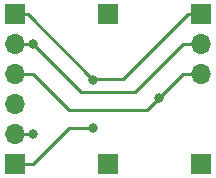
<source format=gbl>
%TF.GenerationSoftware,KiCad,Pcbnew,5.1.5+dfsg1-2build2*%
%TF.CreationDate,2021-05-01T03:04:30+02:00*%
%TF.ProjectId,myocular0.5.1d,6d796f63-756c-4617-9230-2e352e31642e,rev?*%
%TF.SameCoordinates,Original*%
%TF.FileFunction,Copper,L2,Bot*%
%TF.FilePolarity,Positive*%
%FSLAX46Y46*%
G04 Gerber Fmt 4.6, Leading zero omitted, Abs format (unit mm)*
G04 Created by KiCad (PCBNEW 5.1.5+dfsg1-2build2) date 2021-05-01 03:04:30*
%MOMM*%
%LPD*%
G04 APERTURE LIST*
%ADD10R,1.700000X1.700000*%
%ADD11O,1.700000X1.700000*%
%ADD12C,0.800000*%
%ADD13C,0.250000*%
G04 APERTURE END LIST*
D10*
X20828000Y-33020000D03*
D11*
X20828000Y-30480000D03*
X20828000Y-27940000D03*
D10*
X20828000Y-20320000D03*
D11*
X20828000Y-22860000D03*
X20828000Y-25400000D03*
D10*
X28702000Y-33020000D03*
X28702000Y-20320000D03*
D11*
X36576000Y-25400000D03*
X36576000Y-22860000D03*
D10*
X36576000Y-20320000D03*
X36576000Y-33020000D03*
D12*
X27432000Y-29972000D03*
X27432000Y-25908000D03*
X22352000Y-22860000D03*
X33020000Y-27432000D03*
X22352000Y-30480000D03*
D13*
X25400000Y-29972000D02*
X27432000Y-29972000D01*
X22352000Y-33020000D02*
X25400000Y-29972000D01*
X20828000Y-33020000D02*
X22352000Y-33020000D01*
X21928000Y-20320000D02*
X27432000Y-25908000D01*
X20828000Y-20320000D02*
X21928000Y-20320000D01*
X36576000Y-20320000D02*
X35476000Y-20320000D01*
X35476000Y-20320000D02*
X29972000Y-25824000D01*
X29972000Y-25824000D02*
X27432000Y-25824000D01*
X27432000Y-25908000D02*
X27432000Y-25824000D01*
X20828000Y-22860000D02*
X22352000Y-22860000D01*
X22352000Y-22860000D02*
X26416000Y-26924000D01*
X26416000Y-26924000D02*
X30988000Y-26924000D01*
X30988000Y-26924000D02*
X35052000Y-22860000D01*
X35052000Y-22860000D02*
X36576000Y-22860000D01*
X20828000Y-25400000D02*
X22352000Y-25400000D01*
X22352000Y-25400000D02*
X25400000Y-28448000D01*
X25400000Y-28448000D02*
X32004000Y-28448000D01*
X32004000Y-28448000D02*
X33020000Y-27432000D01*
X35052000Y-25400000D02*
X36576000Y-25400000D01*
X22352000Y-22860000D02*
X22352000Y-22860000D01*
X33020000Y-27432000D02*
X35052000Y-25400000D01*
X20828000Y-30480000D02*
X22352000Y-30480000D01*
M02*

</source>
